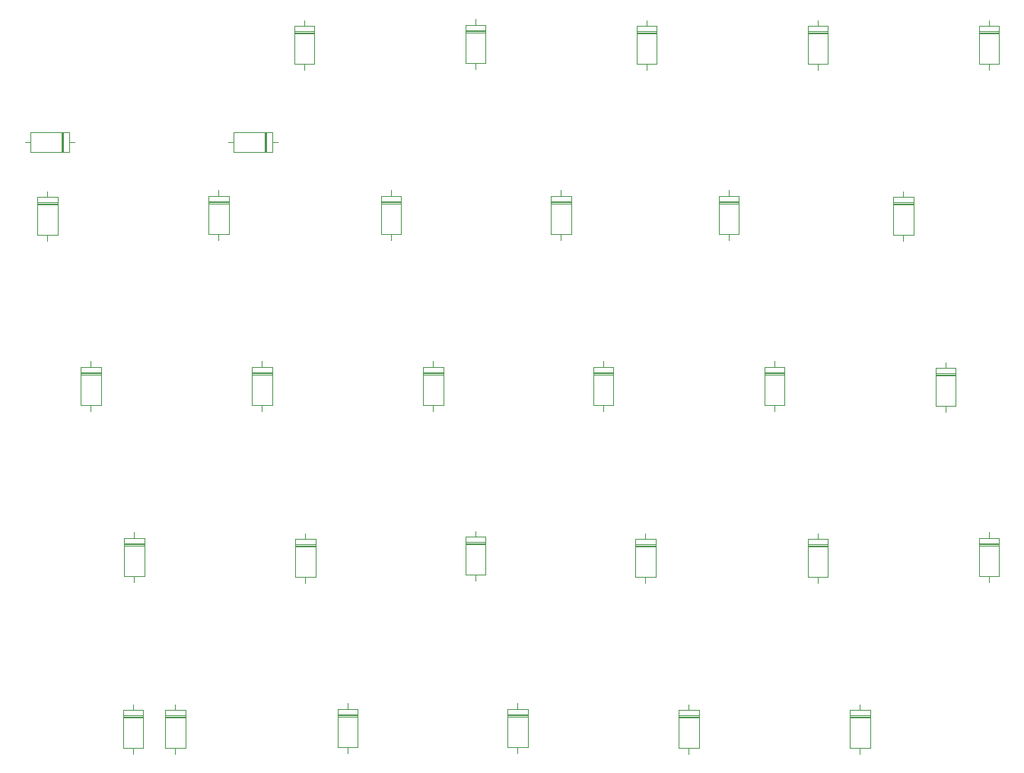
<source format=gbr>
%TF.GenerationSoftware,KiCad,Pcbnew,(7.0.0)*%
%TF.CreationDate,2023-02-28T11:22:52+09:00*%
%TF.ProjectId,sgkb,73676b62-2e6b-4696-9361-645f70636258,rev?*%
%TF.SameCoordinates,Original*%
%TF.FileFunction,Legend,Top*%
%TF.FilePolarity,Positive*%
%FSLAX46Y46*%
G04 Gerber Fmt 4.6, Leading zero omitted, Abs format (unit mm)*
G04 Created by KiCad (PCBNEW (7.0.0)) date 2023-02-28 11:22:52*
%MOMM*%
%LPD*%
G01*
G04 APERTURE LIST*
%ADD10C,0.120000*%
G04 APERTURE END LIST*
D10*
%TO.C,D41*%
X66675000Y-143661000D02*
X66675000Y-144311000D01*
X67795000Y-144311000D02*
X65555000Y-144311000D01*
X65555000Y-144311000D02*
X65555000Y-148551000D01*
X67795000Y-144911000D02*
X65555000Y-144911000D01*
X67795000Y-145031000D02*
X65555000Y-145031000D01*
X67795000Y-145151000D02*
X65555000Y-145151000D01*
X67795000Y-148551000D02*
X67795000Y-144311000D01*
X65555000Y-148551000D02*
X67795000Y-148551000D01*
X66675000Y-149201000D02*
X66675000Y-148551000D01*
%TO.C,D35*%
X123698000Y-124611000D02*
X123698000Y-125261000D01*
X124818000Y-125261000D02*
X122578000Y-125261000D01*
X122578000Y-125261000D02*
X122578000Y-129501000D01*
X124818000Y-125861000D02*
X122578000Y-125861000D01*
X124818000Y-125981000D02*
X122578000Y-125981000D01*
X124818000Y-126101000D02*
X122578000Y-126101000D01*
X124818000Y-129501000D02*
X124818000Y-125261000D01*
X122578000Y-129501000D02*
X124818000Y-129501000D01*
X123698000Y-130151000D02*
X123698000Y-129501000D01*
%TO.C,D8*%
X161925000Y-67461000D02*
X161925000Y-68111000D01*
X163045000Y-68111000D02*
X160805000Y-68111000D01*
X160805000Y-68111000D02*
X160805000Y-72351000D01*
X163045000Y-68711000D02*
X160805000Y-68711000D01*
X163045000Y-68831000D02*
X160805000Y-68831000D01*
X163045000Y-68951000D02*
X160805000Y-68951000D01*
X163045000Y-72351000D02*
X163045000Y-68111000D01*
X160805000Y-72351000D02*
X163045000Y-72351000D01*
X161925000Y-73001000D02*
X161925000Y-72351000D01*
%TO.C,D43*%
X90551000Y-143534000D02*
X90551000Y-144184000D01*
X91671000Y-144184000D02*
X89431000Y-144184000D01*
X89431000Y-144184000D02*
X89431000Y-148424000D01*
X91671000Y-144784000D02*
X89431000Y-144784000D01*
X91671000Y-144904000D02*
X89431000Y-144904000D01*
X91671000Y-145024000D02*
X89431000Y-145024000D01*
X91671000Y-148424000D02*
X91671000Y-144184000D01*
X89431000Y-148424000D02*
X91671000Y-148424000D01*
X90551000Y-149074000D02*
X90551000Y-148424000D01*
%TO.C,D32*%
X66802000Y-124484000D02*
X66802000Y-125134000D01*
X67922000Y-125134000D02*
X65682000Y-125134000D01*
X65682000Y-125134000D02*
X65682000Y-129374000D01*
X67922000Y-125734000D02*
X65682000Y-125734000D01*
X67922000Y-125854000D02*
X65682000Y-125854000D01*
X67922000Y-125974000D02*
X65682000Y-125974000D01*
X67922000Y-129374000D02*
X67922000Y-125134000D01*
X65682000Y-129374000D02*
X67922000Y-129374000D01*
X66802000Y-130024000D02*
X66802000Y-129374000D01*
%TO.C,D45*%
X128524000Y-143661000D02*
X128524000Y-144311000D01*
X129644000Y-144311000D02*
X127404000Y-144311000D01*
X127404000Y-144311000D02*
X127404000Y-148551000D01*
X129644000Y-144911000D02*
X127404000Y-144911000D01*
X129644000Y-145031000D02*
X127404000Y-145031000D01*
X129644000Y-145151000D02*
X127404000Y-145151000D01*
X129644000Y-148551000D02*
X129644000Y-144311000D01*
X127404000Y-148551000D02*
X129644000Y-148551000D01*
X128524000Y-149201000D02*
X128524000Y-148551000D01*
%TO.C,D3*%
X82780000Y-81026000D02*
X82130000Y-81026000D01*
X82130000Y-82146000D02*
X82130000Y-79906000D01*
X82130000Y-79906000D02*
X77890000Y-79906000D01*
X81530000Y-82146000D02*
X81530000Y-79906000D01*
X81410000Y-82146000D02*
X81410000Y-79906000D01*
X81290000Y-82146000D02*
X81290000Y-79906000D01*
X77890000Y-82146000D02*
X82130000Y-82146000D01*
X77890000Y-79906000D02*
X77890000Y-82146000D01*
X77240000Y-81026000D02*
X77890000Y-81026000D01*
%TO.C,D5*%
X104775000Y-67334000D02*
X104775000Y-67984000D01*
X105895000Y-67984000D02*
X103655000Y-67984000D01*
X103655000Y-67984000D02*
X103655000Y-72224000D01*
X105895000Y-68584000D02*
X103655000Y-68584000D01*
X105895000Y-68704000D02*
X103655000Y-68704000D01*
X105895000Y-68824000D02*
X103655000Y-68824000D01*
X105895000Y-72224000D02*
X105895000Y-67984000D01*
X103655000Y-72224000D02*
X105895000Y-72224000D01*
X104775000Y-72874000D02*
X104775000Y-72224000D01*
%TO.C,D22*%
X61976000Y-105434000D02*
X61976000Y-106084000D01*
X63096000Y-106084000D02*
X60856000Y-106084000D01*
X60856000Y-106084000D02*
X60856000Y-110324000D01*
X63096000Y-106684000D02*
X60856000Y-106684000D01*
X63096000Y-106804000D02*
X60856000Y-106804000D01*
X63096000Y-106924000D02*
X60856000Y-106924000D01*
X63096000Y-110324000D02*
X63096000Y-106084000D01*
X60856000Y-110324000D02*
X63096000Y-110324000D01*
X61976000Y-110974000D02*
X61976000Y-110324000D01*
%TO.C,D46*%
X147574000Y-143661000D02*
X147574000Y-144311000D01*
X148694000Y-144311000D02*
X146454000Y-144311000D01*
X146454000Y-144311000D02*
X146454000Y-148551000D01*
X148694000Y-144911000D02*
X146454000Y-144911000D01*
X148694000Y-145031000D02*
X146454000Y-145031000D01*
X148694000Y-145151000D02*
X146454000Y-145151000D01*
X148694000Y-148551000D02*
X148694000Y-144311000D01*
X146454000Y-148551000D02*
X148694000Y-148551000D01*
X147574000Y-149201000D02*
X147574000Y-148551000D01*
%TO.C,D6*%
X123825000Y-67461000D02*
X123825000Y-68111000D01*
X124945000Y-68111000D02*
X122705000Y-68111000D01*
X122705000Y-68111000D02*
X122705000Y-72351000D01*
X124945000Y-68711000D02*
X122705000Y-68711000D01*
X124945000Y-68831000D02*
X122705000Y-68831000D01*
X124945000Y-68951000D02*
X122705000Y-68951000D01*
X124945000Y-72351000D02*
X124945000Y-68111000D01*
X122705000Y-72351000D02*
X124945000Y-72351000D01*
X123825000Y-73001000D02*
X123825000Y-72351000D01*
%TO.C,D24*%
X100076000Y-105434000D02*
X100076000Y-106084000D01*
X101196000Y-106084000D02*
X98956000Y-106084000D01*
X98956000Y-106084000D02*
X98956000Y-110324000D01*
X101196000Y-106684000D02*
X98956000Y-106684000D01*
X101196000Y-106804000D02*
X98956000Y-106804000D01*
X101196000Y-106924000D02*
X98956000Y-106924000D01*
X101196000Y-110324000D02*
X101196000Y-106084000D01*
X98956000Y-110324000D02*
X101196000Y-110324000D01*
X100076000Y-110974000D02*
X100076000Y-110324000D01*
%TO.C,D14*%
X95377000Y-86384000D02*
X95377000Y-87034000D01*
X96497000Y-87034000D02*
X94257000Y-87034000D01*
X94257000Y-87034000D02*
X94257000Y-91274000D01*
X96497000Y-87634000D02*
X94257000Y-87634000D01*
X96497000Y-87754000D02*
X94257000Y-87754000D01*
X96497000Y-87874000D02*
X94257000Y-87874000D01*
X96497000Y-91274000D02*
X96497000Y-87034000D01*
X94257000Y-91274000D02*
X96497000Y-91274000D01*
X95377000Y-91924000D02*
X95377000Y-91274000D01*
%TO.C,D42*%
X71374000Y-143661000D02*
X71374000Y-144311000D01*
X72494000Y-144311000D02*
X70254000Y-144311000D01*
X70254000Y-144311000D02*
X70254000Y-148551000D01*
X72494000Y-144911000D02*
X70254000Y-144911000D01*
X72494000Y-145031000D02*
X70254000Y-145031000D01*
X72494000Y-145151000D02*
X70254000Y-145151000D01*
X72494000Y-148551000D02*
X72494000Y-144311000D01*
X70254000Y-148551000D02*
X72494000Y-148551000D01*
X71374000Y-149201000D02*
X71374000Y-148551000D01*
%TO.C,D13*%
X76200000Y-86384000D02*
X76200000Y-87034000D01*
X77320000Y-87034000D02*
X75080000Y-87034000D01*
X75080000Y-87034000D02*
X75080000Y-91274000D01*
X77320000Y-87634000D02*
X75080000Y-87634000D01*
X77320000Y-87754000D02*
X75080000Y-87754000D01*
X77320000Y-87874000D02*
X75080000Y-87874000D01*
X77320000Y-91274000D02*
X77320000Y-87034000D01*
X75080000Y-91274000D02*
X77320000Y-91274000D01*
X76200000Y-91924000D02*
X76200000Y-91274000D01*
%TO.C,D12*%
X57150000Y-86511000D02*
X57150000Y-87161000D01*
X58270000Y-87161000D02*
X56030000Y-87161000D01*
X56030000Y-87161000D02*
X56030000Y-91401000D01*
X58270000Y-87761000D02*
X56030000Y-87761000D01*
X58270000Y-87881000D02*
X56030000Y-87881000D01*
X58270000Y-88001000D02*
X56030000Y-88001000D01*
X58270000Y-91401000D02*
X58270000Y-87161000D01*
X56030000Y-91401000D02*
X58270000Y-91401000D01*
X57150000Y-92051000D02*
X57150000Y-91401000D01*
%TO.C,D23*%
X81026000Y-105434000D02*
X81026000Y-106084000D01*
X82146000Y-106084000D02*
X79906000Y-106084000D01*
X79906000Y-106084000D02*
X79906000Y-110324000D01*
X82146000Y-106684000D02*
X79906000Y-106684000D01*
X82146000Y-106804000D02*
X79906000Y-106804000D01*
X82146000Y-106924000D02*
X79906000Y-106924000D01*
X82146000Y-110324000D02*
X82146000Y-106084000D01*
X79906000Y-110324000D02*
X82146000Y-110324000D01*
X81026000Y-110974000D02*
X81026000Y-110324000D01*
%TO.C,D36*%
X142875000Y-124611000D02*
X142875000Y-125261000D01*
X143995000Y-125261000D02*
X141755000Y-125261000D01*
X141755000Y-125261000D02*
X141755000Y-129501000D01*
X143995000Y-125861000D02*
X141755000Y-125861000D01*
X143995000Y-125981000D02*
X141755000Y-125981000D01*
X143995000Y-126101000D02*
X141755000Y-126101000D01*
X143995000Y-129501000D02*
X143995000Y-125261000D01*
X141755000Y-129501000D02*
X143995000Y-129501000D01*
X142875000Y-130151000D02*
X142875000Y-129501000D01*
%TO.C,D25*%
X118999000Y-105434000D02*
X118999000Y-106084000D01*
X120119000Y-106084000D02*
X117879000Y-106084000D01*
X117879000Y-106084000D02*
X117879000Y-110324000D01*
X120119000Y-106684000D02*
X117879000Y-106684000D01*
X120119000Y-106804000D02*
X117879000Y-106804000D01*
X120119000Y-106924000D02*
X117879000Y-106924000D01*
X120119000Y-110324000D02*
X120119000Y-106084000D01*
X117879000Y-110324000D02*
X120119000Y-110324000D01*
X118999000Y-110974000D02*
X118999000Y-110324000D01*
%TO.C,D4*%
X85725000Y-67461000D02*
X85725000Y-68111000D01*
X86845000Y-68111000D02*
X84605000Y-68111000D01*
X84605000Y-68111000D02*
X84605000Y-72351000D01*
X86845000Y-68711000D02*
X84605000Y-68711000D01*
X86845000Y-68831000D02*
X84605000Y-68831000D01*
X86845000Y-68951000D02*
X84605000Y-68951000D01*
X86845000Y-72351000D02*
X86845000Y-68111000D01*
X84605000Y-72351000D02*
X86845000Y-72351000D01*
X85725000Y-73001000D02*
X85725000Y-72351000D01*
%TO.C,D44*%
X109474000Y-143534000D02*
X109474000Y-144184000D01*
X110594000Y-144184000D02*
X108354000Y-144184000D01*
X108354000Y-144184000D02*
X108354000Y-148424000D01*
X110594000Y-144784000D02*
X108354000Y-144784000D01*
X110594000Y-144904000D02*
X108354000Y-144904000D01*
X110594000Y-145024000D02*
X108354000Y-145024000D01*
X110594000Y-148424000D02*
X110594000Y-144184000D01*
X108354000Y-148424000D02*
X110594000Y-148424000D01*
X109474000Y-149074000D02*
X109474000Y-148424000D01*
%TO.C,D33*%
X85852000Y-124611000D02*
X85852000Y-125261000D01*
X86972000Y-125261000D02*
X84732000Y-125261000D01*
X84732000Y-125261000D02*
X84732000Y-129501000D01*
X86972000Y-125861000D02*
X84732000Y-125861000D01*
X86972000Y-125981000D02*
X84732000Y-125981000D01*
X86972000Y-126101000D02*
X84732000Y-126101000D01*
X86972000Y-129501000D02*
X86972000Y-125261000D01*
X84732000Y-129501000D02*
X86972000Y-129501000D01*
X85852000Y-130151000D02*
X85852000Y-129501000D01*
%TO.C,D37*%
X161925000Y-124484000D02*
X161925000Y-125134000D01*
X163045000Y-125134000D02*
X160805000Y-125134000D01*
X160805000Y-125134000D02*
X160805000Y-129374000D01*
X163045000Y-125734000D02*
X160805000Y-125734000D01*
X163045000Y-125854000D02*
X160805000Y-125854000D01*
X163045000Y-125974000D02*
X160805000Y-125974000D01*
X163045000Y-129374000D02*
X163045000Y-125134000D01*
X160805000Y-129374000D02*
X163045000Y-129374000D01*
X161925000Y-130024000D02*
X161925000Y-129374000D01*
%TO.C,D34*%
X104775000Y-124357000D02*
X104775000Y-125007000D01*
X105895000Y-125007000D02*
X103655000Y-125007000D01*
X103655000Y-125007000D02*
X103655000Y-129247000D01*
X105895000Y-125607000D02*
X103655000Y-125607000D01*
X105895000Y-125727000D02*
X103655000Y-125727000D01*
X105895000Y-125847000D02*
X103655000Y-125847000D01*
X105895000Y-129247000D02*
X105895000Y-125007000D01*
X103655000Y-129247000D02*
X105895000Y-129247000D01*
X104775000Y-129897000D02*
X104775000Y-129247000D01*
%TO.C,D15*%
X114300000Y-86384000D02*
X114300000Y-87034000D01*
X115420000Y-87034000D02*
X113180000Y-87034000D01*
X113180000Y-87034000D02*
X113180000Y-91274000D01*
X115420000Y-87634000D02*
X113180000Y-87634000D01*
X115420000Y-87754000D02*
X113180000Y-87754000D01*
X115420000Y-87874000D02*
X113180000Y-87874000D01*
X115420000Y-91274000D02*
X115420000Y-87034000D01*
X113180000Y-91274000D02*
X115420000Y-91274000D01*
X114300000Y-91924000D02*
X114300000Y-91274000D01*
%TO.C,D16*%
X132969000Y-86384000D02*
X132969000Y-87034000D01*
X134089000Y-87034000D02*
X131849000Y-87034000D01*
X131849000Y-87034000D02*
X131849000Y-91274000D01*
X134089000Y-87634000D02*
X131849000Y-87634000D01*
X134089000Y-87754000D02*
X131849000Y-87754000D01*
X134089000Y-87874000D02*
X131849000Y-87874000D01*
X134089000Y-91274000D02*
X134089000Y-87034000D01*
X131849000Y-91274000D02*
X134089000Y-91274000D01*
X132969000Y-91924000D02*
X132969000Y-91274000D01*
%TO.C,D17*%
X152400000Y-86511000D02*
X152400000Y-87161000D01*
X153520000Y-87161000D02*
X151280000Y-87161000D01*
X151280000Y-87161000D02*
X151280000Y-91401000D01*
X153520000Y-87761000D02*
X151280000Y-87761000D01*
X153520000Y-87881000D02*
X151280000Y-87881000D01*
X153520000Y-88001000D02*
X151280000Y-88001000D01*
X153520000Y-91401000D02*
X153520000Y-87161000D01*
X151280000Y-91401000D02*
X153520000Y-91401000D01*
X152400000Y-92051000D02*
X152400000Y-91401000D01*
%TO.C,D27*%
X157099000Y-105561000D02*
X157099000Y-106211000D01*
X158219000Y-106211000D02*
X155979000Y-106211000D01*
X155979000Y-106211000D02*
X155979000Y-110451000D01*
X158219000Y-106811000D02*
X155979000Y-106811000D01*
X158219000Y-106931000D02*
X155979000Y-106931000D01*
X158219000Y-107051000D02*
X155979000Y-107051000D01*
X158219000Y-110451000D02*
X158219000Y-106211000D01*
X155979000Y-110451000D02*
X158219000Y-110451000D01*
X157099000Y-111101000D02*
X157099000Y-110451000D01*
%TO.C,D26*%
X138049000Y-105434000D02*
X138049000Y-106084000D01*
X139169000Y-106084000D02*
X136929000Y-106084000D01*
X136929000Y-106084000D02*
X136929000Y-110324000D01*
X139169000Y-106684000D02*
X136929000Y-106684000D01*
X139169000Y-106804000D02*
X136929000Y-106804000D01*
X139169000Y-106924000D02*
X136929000Y-106924000D01*
X139169000Y-110324000D02*
X139169000Y-106084000D01*
X136929000Y-110324000D02*
X139169000Y-110324000D01*
X138049000Y-110974000D02*
X138049000Y-110324000D01*
%TO.C,D2*%
X60174000Y-81026000D02*
X59524000Y-81026000D01*
X59524000Y-82146000D02*
X59524000Y-79906000D01*
X59524000Y-79906000D02*
X55284000Y-79906000D01*
X58924000Y-82146000D02*
X58924000Y-79906000D01*
X58804000Y-82146000D02*
X58804000Y-79906000D01*
X58684000Y-82146000D02*
X58684000Y-79906000D01*
X55284000Y-82146000D02*
X59524000Y-82146000D01*
X55284000Y-79906000D02*
X55284000Y-82146000D01*
X54634000Y-81026000D02*
X55284000Y-81026000D01*
%TO.C,D7*%
X142875000Y-67461000D02*
X142875000Y-68111000D01*
X143995000Y-68111000D02*
X141755000Y-68111000D01*
X141755000Y-68111000D02*
X141755000Y-72351000D01*
X143995000Y-68711000D02*
X141755000Y-68711000D01*
X143995000Y-68831000D02*
X141755000Y-68831000D01*
X143995000Y-68951000D02*
X141755000Y-68951000D01*
X143995000Y-72351000D02*
X143995000Y-68111000D01*
X141755000Y-72351000D02*
X143995000Y-72351000D01*
X142875000Y-73001000D02*
X142875000Y-72351000D01*
%TD*%
M02*

</source>
